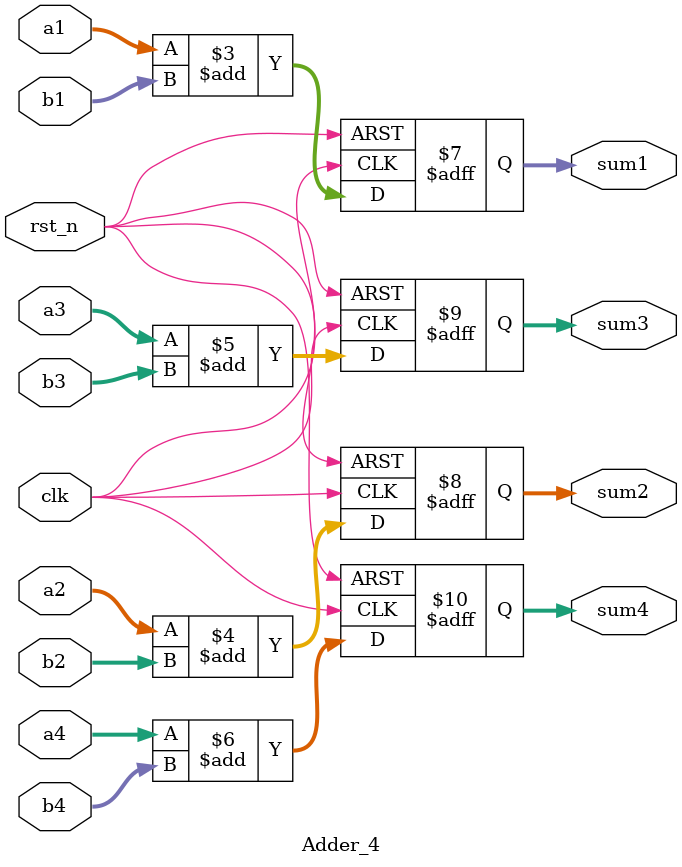
<source format=sv>
module Adder_4#(
    parameter DATA_WIDTH = 16
)(
    input logic [DATA_WIDTH-1:0] a1,
    input logic [DATA_WIDTH-1:0] a2,
    input logic [DATA_WIDTH-1:0] a3,
    input logic [DATA_WIDTH-1:0] a4,
    input logic [DATA_WIDTH-1:0] b1,
    input logic [DATA_WIDTH-1:0] b2,
    input logic [DATA_WIDTH-1:0] b3,
    input logic [DATA_WIDTH-1:0] b4,
    output logic [DATA_WIDTH-1:0] sum1,
    output logic [DATA_WIDTH-1:0] sum2,
    output logic [DATA_WIDTH-1:0] sum3,
    output logic [DATA_WIDTH-1:0] sum4
    , input logic clk,
    input logic rst_n
);
always_ff @(posedge clk or negedge rst_n) begin
        if (!rst_n) begin
                sum1 <= '0;
                sum2 <= '0;
                sum3 <= '0;
                sum4 <= '0;
        end else begin
                sum1 <= a1 + b1;
                sum2 <= a2 + b2;
                sum3 <= a3 + b3;
                sum4 <= a4 + b4;
        end
end
endmodule 
</source>
